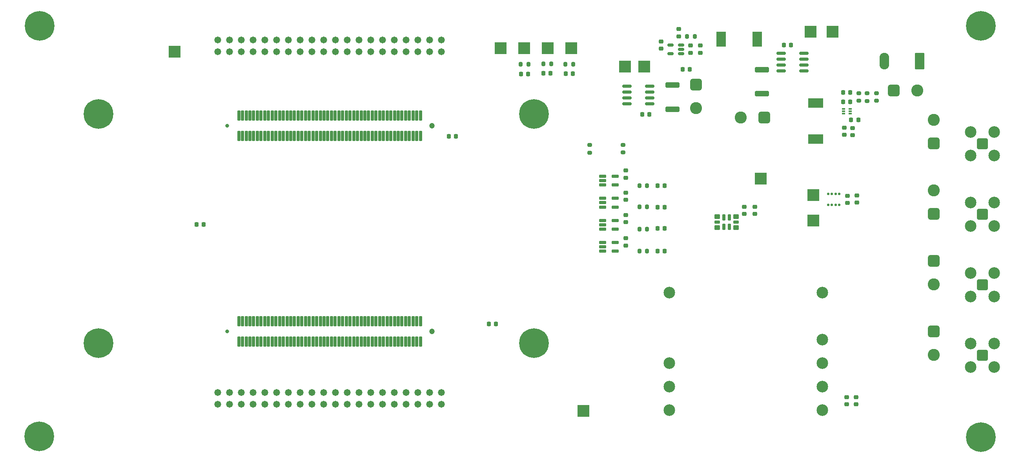
<source format=gbr>
%TF.GenerationSoftware,KiCad,Pcbnew,9.0.0*%
%TF.CreationDate,2025-03-06T02:34:32-05:00*%
%TF.ProjectId,22257_DevBoard,32323235-375f-4446-9576-426f6172642e,rev?*%
%TF.SameCoordinates,Original*%
%TF.FileFunction,Soldermask,Top*%
%TF.FilePolarity,Negative*%
%FSLAX46Y46*%
G04 Gerber Fmt 4.6, Leading zero omitted, Abs format (unit mm)*
G04 Created by KiCad (PCBNEW 9.0.0) date 2025-03-06 02:34:32*
%MOMM*%
%LPD*%
G01*
G04 APERTURE LIST*
G04 Aperture macros list*
%AMRoundRect*
0 Rectangle with rounded corners*
0 $1 Rounding radius*
0 $2 $3 $4 $5 $6 $7 $8 $9 X,Y pos of 4 corners*
0 Add a 4 corners polygon primitive as box body*
4,1,4,$2,$3,$4,$5,$6,$7,$8,$9,$2,$3,0*
0 Add four circle primitives for the rounded corners*
1,1,$1+$1,$2,$3*
1,1,$1+$1,$4,$5*
1,1,$1+$1,$6,$7*
1,1,$1+$1,$8,$9*
0 Add four rect primitives between the rounded corners*
20,1,$1+$1,$2,$3,$4,$5,0*
20,1,$1+$1,$4,$5,$6,$7,0*
20,1,$1+$1,$6,$7,$8,$9,0*
20,1,$1+$1,$8,$9,$2,$3,0*%
G04 Aperture macros list end*
%ADD10RoundRect,0.150000X-0.825000X-0.150000X0.825000X-0.150000X0.825000X0.150000X-0.825000X0.150000X0*%
%ADD11RoundRect,0.200000X0.200000X0.275000X-0.200000X0.275000X-0.200000X-0.275000X0.200000X-0.275000X0*%
%ADD12RoundRect,0.200000X-0.275000X0.200000X-0.275000X-0.200000X0.275000X-0.200000X0.275000X0.200000X0*%
%ADD13RoundRect,0.650000X-0.650000X0.650000X-0.650000X-0.650000X0.650000X-0.650000X0.650000X0.650000X0*%
%ADD14C,2.600000*%
%ADD15RoundRect,0.218750X-0.218750X-0.256250X0.218750X-0.256250X0.218750X0.256250X-0.218750X0.256250X0*%
%ADD16RoundRect,0.200000X0.275000X-0.200000X0.275000X0.200000X-0.275000X0.200000X-0.275000X-0.200000X0*%
%ADD17RoundRect,0.150000X0.512500X0.150000X-0.512500X0.150000X-0.512500X-0.150000X0.512500X-0.150000X0*%
%ADD18R,2.000000X3.200000*%
%ADD19C,6.400000*%
%ADD20RoundRect,0.225000X-0.250000X0.225000X-0.250000X-0.225000X0.250000X-0.225000X0.250000X0.225000X0*%
%ADD21RoundRect,0.225000X0.225000X0.250000X-0.225000X0.250000X-0.225000X-0.250000X0.225000X-0.250000X0*%
%ADD22R,2.500000X2.500000*%
%ADD23RoundRect,0.225000X0.250000X-0.225000X0.250000X0.225000X-0.250000X0.225000X-0.250000X-0.225000X0*%
%ADD24RoundRect,0.218750X0.218750X0.256250X-0.218750X0.256250X-0.218750X-0.256250X0.218750X-0.256250X0*%
%ADD25RoundRect,0.225000X-0.225000X-0.250000X0.225000X-0.250000X0.225000X0.250000X-0.225000X0.250000X0*%
%ADD26C,1.473200*%
%ADD27RoundRect,0.162500X-0.617500X-0.162500X0.617500X-0.162500X0.617500X0.162500X-0.617500X0.162500X0*%
%ADD28RoundRect,0.125000X0.125000X0.137500X-0.125000X0.137500X-0.125000X-0.137500X0.125000X-0.137500X0*%
%ADD29R,3.200000X2.000000*%
%ADD30RoundRect,0.087500X-0.250000X-0.087500X0.250000X-0.087500X0.250000X0.087500X-0.250000X0.087500X0*%
%ADD31RoundRect,0.200100X-0.949900X0.949900X-0.949900X-0.949900X0.949900X-0.949900X0.949900X0.949900X0*%
%ADD32C,2.500000*%
%ADD33RoundRect,0.150000X0.825000X0.150000X-0.825000X0.150000X-0.825000X-0.150000X0.825000X-0.150000X0*%
%ADD34RoundRect,0.171000X1.354000X-0.399000X1.354000X0.399000X-1.354000X0.399000X-1.354000X-0.399000X0*%
%ADD35RoundRect,0.650000X0.650000X0.650000X-0.650000X0.650000X-0.650000X-0.650000X0.650000X-0.650000X0*%
%ADD36RoundRect,0.250001X0.799999X1.549999X-0.799999X1.549999X-0.799999X-1.549999X0.799999X-1.549999X0*%
%ADD37O,2.100000X3.600000*%
%ADD38RoundRect,0.650000X-0.650000X-0.650000X0.650000X-0.650000X0.650000X0.650000X-0.650000X0.650000X0*%
%ADD39C,0.800000*%
%ADD40C,1.200000*%
%ADD41RoundRect,0.101600X0.250000X-1.000000X0.250000X1.000000X-0.250000X1.000000X-0.250000X-1.000000X0*%
%ADD42RoundRect,0.157500X-0.417500X-0.367500X0.417500X-0.367500X0.417500X0.367500X-0.417500X0.367500X0*%
%ADD43RoundRect,0.105000X-0.245000X-0.570000X0.245000X-0.570000X0.245000X0.570000X-0.245000X0.570000X0*%
%ADD44RoundRect,0.105000X-0.470000X-0.245000X0.470000X-0.245000X0.470000X0.245000X-0.470000X0.245000X0*%
%ADD45RoundRect,0.650000X0.650000X-0.650000X0.650000X0.650000X-0.650000X0.650000X-0.650000X-0.650000X0*%
%ADD46RoundRect,0.171000X-1.354000X0.399000X-1.354000X-0.399000X1.354000X-0.399000X1.354000X0.399000X0*%
G04 APERTURE END LIST*
D10*
%TO.C,U6*%
X126817000Y-13029000D03*
X126817000Y-14299000D03*
X126817000Y-15569000D03*
X126817000Y-16839000D03*
X131767000Y-16839000D03*
X131767000Y-15569000D03*
X131767000Y-14299000D03*
X131767000Y-13029000D03*
%TD*%
D11*
%TO.C,R13*%
X105579713Y-8303928D03*
X103929713Y-8303928D03*
%TD*%
D12*
%TO.C,R5*%
X180659000Y-14549000D03*
X180659000Y-16199000D03*
%TD*%
D13*
%TO.C,TP4*%
X193040000Y-50800000D03*
D14*
X193040000Y-55880000D03*
%TD*%
D15*
%TO.C,D2*%
X113605213Y-10331928D03*
X115180213Y-10331928D03*
%TD*%
D11*
%TO.C,R9*%
X131187000Y-48706000D03*
X129537000Y-48706000D03*
%TD*%
D16*
%TO.C,R4*%
X178669000Y-16219000D03*
X178669000Y-14569000D03*
%TD*%
D17*
%TO.C,U3*%
X138539500Y-6031000D03*
X138539500Y-5081000D03*
X138539500Y-4131000D03*
X136264500Y-4131000D03*
X136264500Y-6031000D03*
%TD*%
D18*
%TO.C,L1*%
X154951000Y-2873000D03*
X147151000Y-2873000D03*
%TD*%
D13*
%TO.C,TP9*%
X141732000Y-12700000D03*
D14*
X141732000Y-17780000D03*
%TD*%
D19*
%TO.C,H8*%
X106780700Y-68580000D03*
%TD*%
D20*
%TO.C,C20*%
X126556000Y-36061000D03*
X126556000Y-37611000D03*
%TD*%
D21*
%TO.C,C24*%
X98552000Y-64389000D03*
X97002000Y-64389000D03*
%TD*%
D11*
%TO.C,R12*%
X131187000Y-34572000D03*
X129537000Y-34572000D03*
%TD*%
D22*
%TO.C,TP16*%
X166468600Y-1245000D03*
%TD*%
D23*
%TO.C,C4*%
X174244000Y-81814000D03*
X174244000Y-80264000D03*
%TD*%
D22*
%TO.C,TP19*%
X171199800Y-1241600D03*
%TD*%
D24*
%TO.C,D3*%
X134973500Y-48666000D03*
X133398500Y-48666000D03*
%TD*%
D21*
%TO.C,C23*%
X89916000Y-23906000D03*
X88366000Y-23906000D03*
%TD*%
D25*
%TO.C,C25*%
X33953200Y-42919000D03*
X35503200Y-42919000D03*
%TD*%
D19*
%TO.C,H10*%
X12800700Y-19050000D03*
%TD*%
%TO.C,H1*%
X100000Y0D03*
%TD*%
%TO.C,H9*%
X106780700Y-19050000D03*
%TD*%
D26*
%TO.C,J2*%
X38536828Y-5575201D03*
X38536828Y-3035201D03*
X41076828Y-5575201D03*
X41076828Y-3035201D03*
X43616828Y-5575201D03*
X43616828Y-3035201D03*
X46156828Y-5575201D03*
X46156828Y-3035201D03*
X48696828Y-5575201D03*
X48696828Y-3035201D03*
X51236828Y-5575201D03*
X51236828Y-3035201D03*
X53776828Y-5575201D03*
X53776828Y-3035201D03*
X56316828Y-5575201D03*
X56316828Y-3035201D03*
X58856828Y-5575201D03*
X58856828Y-3035201D03*
X61396828Y-5575201D03*
X61396828Y-3035201D03*
X63936828Y-5575201D03*
X63936828Y-3035201D03*
X66476828Y-5575201D03*
X66476828Y-3035201D03*
X69016828Y-5575201D03*
X69016828Y-3035201D03*
X71556828Y-5575201D03*
X71556828Y-3035201D03*
X74096828Y-5575201D03*
X74096828Y-3035201D03*
X76636828Y-5575201D03*
X76636828Y-3035201D03*
X79176828Y-5575201D03*
X79176828Y-3035201D03*
X81716828Y-5575201D03*
X81716828Y-3035201D03*
X84256828Y-5575201D03*
X84256828Y-3035201D03*
X86796828Y-5575201D03*
X86796828Y-3035201D03*
%TD*%
D11*
%TO.C,R11*%
X131187000Y-39114000D03*
X129537000Y-39114000D03*
%TD*%
D13*
%TO.C,TP5*%
X193040000Y-66040000D03*
D14*
X193040000Y-71120000D03*
%TD*%
D27*
%TO.C,U9*%
X121576000Y-37266000D03*
X121576000Y-38216000D03*
X121576000Y-39166000D03*
X124276000Y-39166000D03*
X124276000Y-37266000D03*
%TD*%
D15*
%TO.C,D7*%
X103953213Y-10381928D03*
X105528213Y-10381928D03*
%TD*%
D28*
%TO.C,U7*%
X172650000Y-38663500D03*
X171850000Y-38663500D03*
X171050000Y-38663500D03*
X170250000Y-38663500D03*
X170250000Y-36288500D03*
X171050000Y-36288500D03*
X171850000Y-36288500D03*
X172650000Y-36288500D03*
%TD*%
D16*
%TO.C,R15*%
X126022600Y-27368000D03*
X126022600Y-25718000D03*
%TD*%
D22*
%TO.C,TP18*%
X126390800Y-8785978D03*
%TD*%
D29*
%TO.C,L2*%
X167533000Y-16640000D03*
X167533000Y-24440000D03*
%TD*%
D22*
%TO.C,TP14*%
X99574913Y-4822528D03*
%TD*%
D23*
%TO.C,C7*%
X140588000Y-5807000D03*
X140588000Y-4257000D03*
%TD*%
D22*
%TO.C,TP11*%
X155699000Y-33017000D03*
%TD*%
D20*
%TO.C,C11*%
X175491000Y-22079000D03*
X175491000Y-23629000D03*
%TD*%
D16*
%TO.C,R14*%
X118809000Y-27398000D03*
X118809000Y-25748000D03*
%TD*%
D22*
%TO.C,TP15*%
X130553000Y-8810800D03*
%TD*%
%TO.C,TP20*%
X167059600Y-42062800D03*
%TD*%
D20*
%TO.C,C12*%
X173705000Y-22013000D03*
X173705000Y-23563000D03*
%TD*%
D27*
%TO.C,U11*%
X121576000Y-46816000D03*
X121576000Y-47766000D03*
X121576000Y-48716000D03*
X124276000Y-48716000D03*
X124276000Y-46816000D03*
%TD*%
D19*
%TO.C,H2*%
X0Y-88750000D03*
%TD*%
D23*
%TO.C,C8*%
X142650000Y-5807000D03*
X142650000Y-4257000D03*
%TD*%
D30*
%TO.C,U4*%
X173572500Y-17919000D03*
X173572500Y-18419000D03*
X173572500Y-18919000D03*
X174997500Y-18919000D03*
X174997500Y-18419000D03*
X174997500Y-17919000D03*
%TD*%
D20*
%TO.C,C22*%
X126556000Y-45907000D03*
X126556000Y-47457000D03*
%TD*%
D23*
%TO.C,C9*%
X138044000Y-2263000D03*
X138044000Y-713000D03*
%TD*%
D31*
%TO.C,J5*%
X203515600Y-40690800D03*
D32*
X206055600Y-38150800D03*
X200975600Y-38150800D03*
X206055600Y-43230800D03*
X200975600Y-43230800D03*
%TD*%
D25*
%TO.C,C10*%
X175216000Y-20330000D03*
X176766000Y-20330000D03*
%TD*%
D26*
%TO.C,J1*%
X86792588Y-79232316D03*
X86792588Y-81772316D03*
X84252588Y-79232316D03*
X84252588Y-81772316D03*
X81712588Y-79232316D03*
X81712588Y-81772316D03*
X79172588Y-79232316D03*
X79172588Y-81772316D03*
X76632588Y-79232316D03*
X76632588Y-81772316D03*
X74092588Y-79232316D03*
X74092588Y-81772316D03*
X71552588Y-79232316D03*
X71552588Y-81772316D03*
X69012588Y-79232316D03*
X69012588Y-81772316D03*
X66472588Y-79232316D03*
X66472588Y-81772316D03*
X63932588Y-79232316D03*
X63932588Y-81772316D03*
X61392588Y-79232316D03*
X61392588Y-81772316D03*
X58852588Y-79232316D03*
X58852588Y-81772316D03*
X56312588Y-79232316D03*
X56312588Y-81772316D03*
X53772588Y-79232316D03*
X53772588Y-81772316D03*
X51232588Y-79232316D03*
X51232588Y-81772316D03*
X48692588Y-79232316D03*
X48692588Y-81772316D03*
X46152588Y-79232316D03*
X46152588Y-81772316D03*
X43612588Y-79232316D03*
X43612588Y-81772316D03*
X41072588Y-79232316D03*
X41072588Y-81772316D03*
X38532588Y-79232316D03*
X38532588Y-81772316D03*
%TD*%
D33*
%TO.C,U5*%
X165028000Y-9728000D03*
X165028000Y-8458000D03*
X165028000Y-7188000D03*
X165028000Y-5918000D03*
X160078000Y-5918000D03*
X160078000Y-7188000D03*
X160078000Y-8458000D03*
X160078000Y-9728000D03*
%TD*%
D20*
%TO.C,C21*%
X126556000Y-40857000D03*
X126556000Y-42407000D03*
%TD*%
D25*
%TO.C,C16*%
X160669000Y-4120000D03*
X162219000Y-4120000D03*
%TD*%
D32*
%TO.C,U1*%
X135969000Y-57658000D03*
X135969000Y-72898000D03*
X135969000Y-77978000D03*
X135969000Y-83058000D03*
X168969000Y-83058000D03*
X168969000Y-77978000D03*
X168969000Y-72898000D03*
X168969000Y-67818000D03*
X168969000Y-57658000D03*
%TD*%
D25*
%TO.C,C6*%
X138869200Y-9399000D03*
X140419200Y-9399000D03*
%TD*%
D31*
%TO.C,J6*%
X203515600Y-55930800D03*
D32*
X206055600Y-53390800D03*
X200975600Y-53390800D03*
X206055600Y-58470800D03*
X200975600Y-58470800D03*
%TD*%
D27*
%TO.C,U10*%
X121576000Y-42041000D03*
X121576000Y-42991000D03*
X121576000Y-43941000D03*
X124276000Y-43941000D03*
X124276000Y-42041000D03*
%TD*%
D34*
%TO.C,R7*%
X136652000Y-17990000D03*
X136652000Y-12780000D03*
%TD*%
D35*
%TO.C,TP10*%
X156464000Y-19812000D03*
D14*
X151384000Y-19812000D03*
%TD*%
D22*
%TO.C,TP1*%
X104648000Y-4826000D03*
%TD*%
D31*
%TO.C,J4*%
X203515600Y-25450800D03*
D32*
X206055600Y-22910800D03*
X200975600Y-22910800D03*
X206055600Y-27990800D03*
X200975600Y-27990800D03*
%TD*%
D31*
%TO.C,J7*%
X203515600Y-71170800D03*
D32*
X206055600Y-68630800D03*
X200975600Y-68630800D03*
X206055600Y-73710800D03*
X200975600Y-73710800D03*
%TD*%
D23*
%TO.C,C3*%
X176276000Y-81814000D03*
X176276000Y-80264000D03*
%TD*%
D22*
%TO.C,TP3*%
X114808000Y-4826000D03*
%TD*%
D11*
%TO.C,R8*%
X115231713Y-8333928D03*
X113581713Y-8333928D03*
%TD*%
D24*
%TO.C,D6*%
X134973500Y-34546000D03*
X133398500Y-34546000D03*
%TD*%
D36*
%TO.C,J3*%
X189992000Y-7587500D03*
D37*
X182372000Y-7587500D03*
%TD*%
D24*
%TO.C,D5*%
X134973500Y-39168000D03*
X133398500Y-39168000D03*
%TD*%
D38*
%TO.C,TP8*%
X184404000Y-13970000D03*
D14*
X189484000Y-13970000D03*
%TD*%
D39*
%TO.C,JX1*%
X40573448Y-66038141D03*
D40*
X84773448Y-66038141D03*
D41*
X43073448Y-63838141D03*
X43073448Y-68238141D03*
X43873448Y-63838141D03*
X43873448Y-68238141D03*
X44673448Y-63838141D03*
X44673448Y-68238141D03*
X45473448Y-63838141D03*
X45473448Y-68238141D03*
X46273448Y-63838141D03*
X46273448Y-68238141D03*
X47073448Y-63838141D03*
X47073448Y-68238141D03*
X47873448Y-63838141D03*
X47873448Y-68238141D03*
X48673448Y-63838141D03*
X48673448Y-68238141D03*
X49473448Y-63838141D03*
X49473448Y-68238141D03*
X50273448Y-63838141D03*
X50273448Y-68238141D03*
X51073448Y-63838141D03*
X51073448Y-68238141D03*
X51873448Y-63838141D03*
X51873448Y-68238141D03*
X52673448Y-63838141D03*
X52673448Y-68238141D03*
X53473448Y-63838141D03*
X53473448Y-68238141D03*
X54273448Y-63838141D03*
X54273448Y-68238141D03*
X55073448Y-63838141D03*
X55073448Y-68238141D03*
X55873448Y-63838141D03*
X55873448Y-68238141D03*
X56673448Y-63838141D03*
X56673448Y-68238141D03*
X57473448Y-63838141D03*
X57473448Y-68238141D03*
X58273448Y-63838141D03*
X58273448Y-68238141D03*
X59073448Y-63838141D03*
X59073448Y-68238141D03*
X59873448Y-63838141D03*
X59873448Y-68238141D03*
X60673448Y-63838141D03*
X60673448Y-68238141D03*
X61473448Y-63838141D03*
X61473448Y-68238141D03*
X62273448Y-63838141D03*
X62273448Y-68238141D03*
X63073448Y-63838141D03*
X63073448Y-68238141D03*
X63873448Y-63838141D03*
X63873448Y-68238141D03*
X64673448Y-63838141D03*
X64673448Y-68238141D03*
X65473448Y-63838141D03*
X65473448Y-68238141D03*
X66273448Y-63838141D03*
X66273448Y-68238141D03*
X67073448Y-63838141D03*
X67073448Y-68238141D03*
X67873448Y-63838141D03*
X67873448Y-68238141D03*
X68673448Y-63838141D03*
X68673448Y-68238141D03*
X69473448Y-63838141D03*
X69473448Y-68238141D03*
X70273448Y-63838141D03*
X70273448Y-68238141D03*
X71073448Y-63838141D03*
X71073448Y-68238141D03*
X71873448Y-63838141D03*
X71873448Y-68238141D03*
X72673448Y-63838141D03*
X72673448Y-68238141D03*
X73473448Y-63838141D03*
X73473448Y-68238141D03*
X74273448Y-63838141D03*
X74273448Y-68238141D03*
X75073448Y-63838141D03*
X75073448Y-68238141D03*
X75873448Y-63838141D03*
X75873448Y-68238141D03*
X76673448Y-63838141D03*
X76673448Y-68238141D03*
X77473448Y-63838141D03*
X77473448Y-68238141D03*
X78273448Y-63838141D03*
X78273448Y-68238141D03*
X79073448Y-63838141D03*
X79073448Y-68238141D03*
X79873448Y-63838141D03*
X79873448Y-68238141D03*
X80673448Y-63838141D03*
X80673448Y-68238141D03*
X81473448Y-63838141D03*
X81473448Y-68238141D03*
X82273448Y-63838141D03*
X82273448Y-68238141D03*
%TD*%
D19*
%TO.C,H11*%
X12800700Y-68580000D03*
%TD*%
D11*
%TO.C,R10*%
X131187000Y-43910000D03*
X129537000Y-43910000D03*
%TD*%
D42*
%TO.C,U2*%
X150361000Y-43593000D03*
D43*
X148936000Y-43443000D03*
X147736000Y-43443000D03*
D42*
X146311000Y-43593000D03*
D44*
X146311000Y-42418000D03*
D42*
X146311000Y-41243000D03*
D43*
X147736000Y-41393000D03*
X148936000Y-41393000D03*
D42*
X150361000Y-41243000D03*
D44*
X150361000Y-42418000D03*
%TD*%
D45*
%TO.C,TP7*%
X193040000Y-40640000D03*
D14*
X193040000Y-35560000D03*
%TD*%
D23*
%TO.C,C1*%
X152146000Y-40666000D03*
X152146000Y-39116000D03*
%TD*%
%TO.C,C2*%
X154432000Y-40666000D03*
X154432000Y-39116000D03*
%TD*%
D21*
%TO.C,C14*%
X175042000Y-16430000D03*
X173492000Y-16430000D03*
%TD*%
D39*
%TO.C,JX2*%
X40573448Y-21588141D03*
D40*
X84773448Y-21588141D03*
D41*
X43073448Y-19388141D03*
X43073448Y-23788141D03*
X43873448Y-19388141D03*
X43873448Y-23788141D03*
X44673448Y-19388141D03*
X44673448Y-23788141D03*
X45473448Y-19388141D03*
X45473448Y-23788141D03*
X46273448Y-19388141D03*
X46273448Y-23788141D03*
X47073448Y-19388141D03*
X47073448Y-23788141D03*
X47873448Y-19388141D03*
X47873448Y-23788141D03*
X48673448Y-19388141D03*
X48673448Y-23788141D03*
X49473448Y-19388141D03*
X49473448Y-23788141D03*
X50273448Y-19388141D03*
X50273448Y-23788141D03*
X51073448Y-19388141D03*
X51073448Y-23788141D03*
X51873448Y-19388141D03*
X51873448Y-23788141D03*
X52673448Y-19388141D03*
X52673448Y-23788141D03*
X53473448Y-19388141D03*
X53473448Y-23788141D03*
X54273448Y-19388141D03*
X54273448Y-23788141D03*
X55073448Y-19388141D03*
X55073448Y-23788141D03*
X55873448Y-19388141D03*
X55873448Y-23788141D03*
X56673448Y-19388141D03*
X56673448Y-23788141D03*
X57473448Y-19388141D03*
X57473448Y-23788141D03*
X58273448Y-19388141D03*
X58273448Y-23788141D03*
X59073448Y-19388141D03*
X59073448Y-23788141D03*
X59873448Y-19388141D03*
X59873448Y-23788141D03*
X60673448Y-19388141D03*
X60673448Y-23788141D03*
X61473448Y-19388141D03*
X61473448Y-23788141D03*
X62273448Y-19388141D03*
X62273448Y-23788141D03*
X63073448Y-19388141D03*
X63073448Y-23788141D03*
X63873448Y-19388141D03*
X63873448Y-23788141D03*
X64673448Y-19388141D03*
X64673448Y-23788141D03*
X65473448Y-19388141D03*
X65473448Y-23788141D03*
X66273448Y-19388141D03*
X66273448Y-23788141D03*
X67073448Y-19388141D03*
X67073448Y-23788141D03*
X67873448Y-19388141D03*
X67873448Y-23788141D03*
X68673448Y-19388141D03*
X68673448Y-23788141D03*
X69473448Y-19388141D03*
X69473448Y-23788141D03*
X70273448Y-19388141D03*
X70273448Y-23788141D03*
X71073448Y-19388141D03*
X71073448Y-23788141D03*
X71873448Y-19388141D03*
X71873448Y-23788141D03*
X72673448Y-19388141D03*
X72673448Y-23788141D03*
X73473448Y-19388141D03*
X73473448Y-23788141D03*
X74273448Y-19388141D03*
X74273448Y-23788141D03*
X75073448Y-19388141D03*
X75073448Y-23788141D03*
X75873448Y-19388141D03*
X75873448Y-23788141D03*
X76673448Y-19388141D03*
X76673448Y-23788141D03*
X77473448Y-19388141D03*
X77473448Y-23788141D03*
X78273448Y-19388141D03*
X78273448Y-23788141D03*
X79073448Y-19388141D03*
X79073448Y-23788141D03*
X79873448Y-19388141D03*
X79873448Y-23788141D03*
X80673448Y-19388141D03*
X80673448Y-23788141D03*
X81473448Y-19388141D03*
X81473448Y-23788141D03*
X82273448Y-19388141D03*
X82273448Y-23788141D03*
%TD*%
D20*
%TO.C,C19*%
X126556000Y-31265000D03*
X126556000Y-32815000D03*
%TD*%
D22*
%TO.C,TP12*%
X117449600Y-83210400D03*
%TD*%
D20*
%TO.C,C5*%
X134234000Y-3387000D03*
X134234000Y-4937000D03*
%TD*%
D22*
%TO.C,TP2*%
X109728000Y-4826000D03*
%TD*%
D11*
%TO.C,R1*%
X141463000Y-2280000D03*
X139813000Y-2280000D03*
%TD*%
D19*
%TO.C,H3*%
X203200000Y0D03*
%TD*%
D15*
%TO.C,D1*%
X108779213Y-10281928D03*
X110354213Y-10281928D03*
%TD*%
D20*
%TO.C,C18*%
X174434000Y-36751000D03*
X174434000Y-38301000D03*
%TD*%
D21*
%TO.C,C17*%
X131684000Y-19139000D03*
X130134000Y-19139000D03*
%TD*%
D22*
%TO.C,TP17*%
X167056200Y-36598400D03*
%TD*%
D12*
%TO.C,R3*%
X176861000Y-14529000D03*
X176861000Y-16179000D03*
%TD*%
D20*
%TO.C,C15*%
X176412000Y-36617000D03*
X176412000Y-38167000D03*
%TD*%
D21*
%TO.C,C13*%
X175042000Y-14368000D03*
X173492000Y-14368000D03*
%TD*%
D46*
%TO.C,R6*%
X155956000Y-9442000D03*
X155956000Y-14652000D03*
%TD*%
D24*
%TO.C,D4*%
X134973500Y-43790000D03*
X133398500Y-43790000D03*
%TD*%
D27*
%TO.C,U8*%
X121576000Y-32491000D03*
X121576000Y-33441000D03*
X121576000Y-34391000D03*
X124276000Y-34391000D03*
X124276000Y-32491000D03*
%TD*%
D45*
%TO.C,TP6*%
X193040000Y-25400000D03*
D14*
X193040000Y-20320000D03*
%TD*%
D19*
%TO.C,H4*%
X203200000Y-88900000D03*
%TD*%
D22*
%TO.C,TP13*%
X29207000Y-5541000D03*
%TD*%
D11*
%TO.C,R2*%
X110459713Y-8243928D03*
X108809713Y-8243928D03*
%TD*%
M02*

</source>
